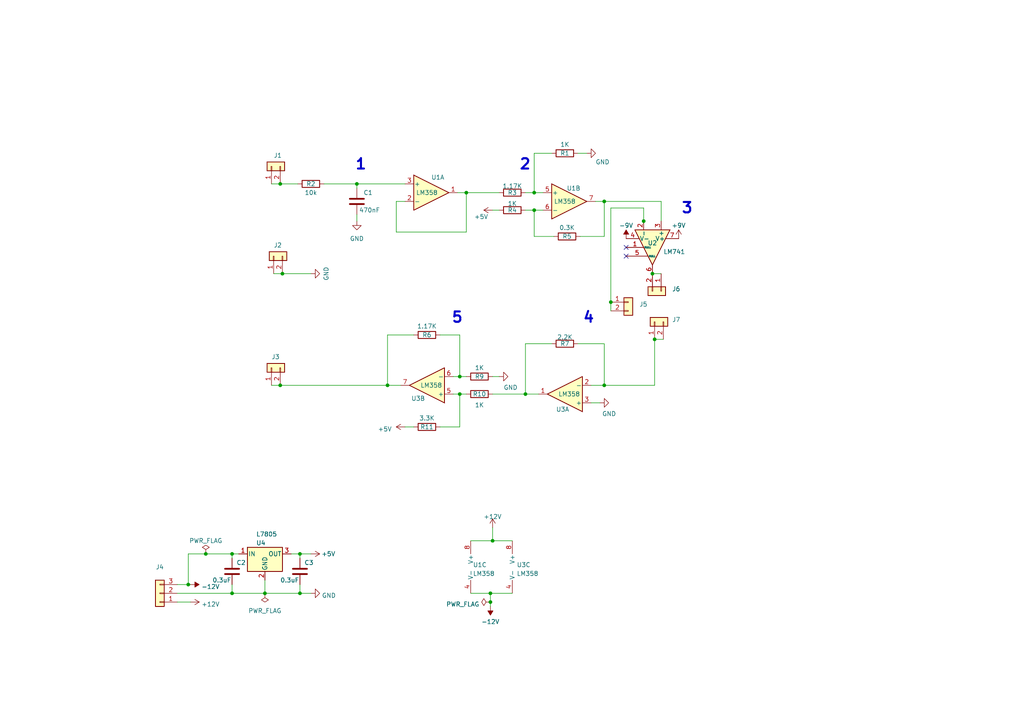
<source format=kicad_sch>
(kicad_sch (version 20230121) (generator eeschema)
  (paper "A4")
  (title_block (title "Potenciostato Single-Ended") (date "28/08/2023") (rev "Felipe A. S.") (company "UFPel"))
  (lib_symbols
    (symbol "Amplifier_Operational:LM358" (pin_names (offset 0.127))
      (property "Reference" "U" (at 0 5.08 0))
      (property "Value" "LM358" (at 0 -5.08 0))
      (symbol "LM358_1_1"
        (polyline (pts (xy -5.08 5.08) (xy 5.08 0) (xy -5.08 -5.08) (xy -5.08 5.08)) (stroke (width 0.254)) (fill (type background)))
        (pin output line (at 7.62 0 180) (length 2.54) (name "~") (number "1"))
        (pin input line (at -7.62 -2.54 0) (length 2.54) (name "-") (number "2"))
        (pin input line (at -7.62 2.54 0) (length 2.54) (name "+") (number "3"))
      )
      (symbol "LM358_2_1"
        (polyline (pts (xy -5.08 5.08) (xy 5.08 0) (xy -5.08 -5.08) (xy -5.08 5.08)) (stroke (width 0.254)) (fill (type background)))
        (pin input line (at -7.62 2.54 0) (length 2.54) (name "+") (number "5"))
        (pin input line (at -7.62 -2.54 0) (length 2.54) (name "-") (number "6"))
        (pin output line (at 7.62 0 180) (length 2.54) (name "~") (number "7"))
      )
      (symbol "LM358_3_1"
        (pin power_in line (at -2.54 -7.62 90) (length 3.81) (name "V-") (number "4"))
        (pin power_in line (at -2.54 7.62 270) (length 3.81) (name "V+") (number "8"))
      )
    )
    (symbol "Amplifier_Operational:LM741" (pin_names (offset 0.127))
      (property "Reference" "U" (at 0 6.35 0))
      (property "Value" "LM741" (at 0 3.81 0))
      (symbol "LM741_0_1"
        (polyline (pts (xy -5.08 5.08) (xy 5.08 0) (xy -5.08 -5.08) (xy -5.08 5.08)) (stroke (width 0.254)) (fill (type background)))
      )
      (symbol "LM741_1_1"
        (pin input line (at 0 -7.62 90) (length 5.08) (name "NULL") (number "1"))
        (pin input line (at -7.62 -2.54 0) (length 2.54) (name "-") (number "2"))
        (pin input line (at -7.62 2.54 0) (length 2.54) (name "+") (number "3"))
        (pin power_in line (at -2.54 -7.62 90) (length 3.81) (name "V-") (number "4"))
        (pin input line (at 2.54 -7.62 90) (length 6.35) (name "NULL") (number "5"))
        (pin output line (at 7.62 0 180) (length 2.54) (name "~") (number "6"))
        (pin power_in line (at -2.54 7.62 270) (length 3.81) (name "V+") (number "7"))
        (pin no_connect line (at 0 2.54 270) (length 2.54) hide (name "NC") (number "8"))
      )
    )
    (symbol "Connector_Generic:Conn_01x02" (pin_names (offset 1.016) hide)
      (property "Reference" "J" (at 0 2.54 0))
      (property "Value" "Conn_01x02" (at 0 -5.08 0))
      (symbol "Conn_01x02_1_1"
        (rectangle (start -1.27 -2.413) (end 0 -2.667) (stroke (width 0.1524)))
        (rectangle (start -1.27 0.127) (end 0 -0.127) (stroke (width 0.1524)))
        (rectangle (start -1.27 1.27) (end 1.27 -3.81) (stroke (width 0.254)) (fill (type background)))
        (pin passive line (at -5.08 0 0) (length 3.81) (name "Pin_1") (number "1"))
        (pin passive line (at -5.08 -2.54 0) (length 3.81) (name "Pin_2") (number "2"))
      )
    )
    (symbol "Connector_Generic:Conn_01x03" (pin_names (offset 1.016) hide)
      (property "Reference" "J" (at 0 5.08 0))
      (property "Value" "Conn_01x03" (at 0 -5.08 0))
      (symbol "Conn_01x03_1_1"
        (rectangle (start -1.27 -2.413) (end 0 -2.667) (stroke (width 0.1524)))
        (rectangle (start -1.27 0.127) (end 0 -0.127) (stroke (width 0.1524)))
        (rectangle (start -1.27 2.667) (end 0 2.413) (stroke (width 0.1524)))
        (rectangle (start -1.27 3.81) (end 1.27 -3.81) (stroke (width 0.254)) (fill (type background)))
        (pin passive line (at -5.08 2.54 0) (length 3.81) (name "Pin_1") (number "1"))
        (pin passive line (at -5.08 0 0) (length 3.81) (name "Pin_2") (number "2"))
        (pin passive line (at -5.08 -2.54 0) (length 3.81) (name "Pin_3") (number "3"))
      )
    )
    (symbol "Device:C" (pin_numbers hide) (pin_names (offset 0.254))
      (property "Reference" "C" (at 0.635 2.54 0))
      (property "Value" "C" (at 0.635 -2.54 0))
      (symbol "C_0_1"
        (polyline (pts (xy -2.032 -0.762) (xy 2.032 -0.762)) (stroke (width 0.508)))
        (polyline (pts (xy -2.032 0.762) (xy 2.032 0.762)) (stroke (width 0.508)))
      )
      (symbol "C_1_1"
        (pin passive line (at 0 3.81 270) (length 2.794) (name "~") (number "1"))
        (pin passive line (at 0 -3.81 90) (length 2.794) (name "~") (number "2"))
      )
    )
    (symbol "Device:R" (pin_numbers hide) (pin_names (offset 0))
      (property "Reference" "R" (at 2.032 0 90))
      (property "Value" "R" (at 0 0 90))
      (symbol "R_0_1"
        (rectangle (start -1.016 -2.54) (end 1.016 2.54) (stroke (width 0.254)))
      )
      (symbol "R_1_1"
        (pin passive line (at 0 3.81 270) (length 1.27) (name "~") (number "1"))
        (pin passive line (at 0 -3.81 90) (length 1.27) (name "~") (number "2"))
      )
    )
    (symbol "Regulator_Linear:L7805" (pin_names (offset 0.254))
      (property "Reference" "U" (at -3.81 3.175 0))
      (property "Value" "L7805" (at 0 3.175 0))
      (symbol "L7805_0_1"
        (rectangle (start -5.08 1.905) (end 5.08 -5.08) (stroke (width 0.254)) (fill (type background)))
      )
      (symbol "L7805_1_1"
        (pin power_in line (at -7.62 0 0) (length 2.54) (name "IN") (number "1"))
        (pin power_in line (at 0 -7.62 90) (length 2.54) (name "GND") (number "2"))
        (pin power_out line (at 7.62 0 180) (length 2.54) (name "OUT") (number "3"))
      )
    )
    (symbol "power:+12V" (power) (pin_names (offset 0))
      (property "Value" "+12V" (at 0 3.556 0))
      (symbol "+12V_0_1"
        (polyline (pts (xy -0.762 1.27) (xy 0 2.54)))
        (polyline (pts (xy 0 0) (xy 0 2.54)))
        (polyline (pts (xy 0 2.54) (xy 0.762 1.27)))
      )
      (symbol "+12V_1_1"
        (pin power_in line (at 0 0 90) (length 0) hide (name "+12V") (number "1"))
      )
    )
    (symbol "power:+5V" (power) (pin_names (offset 0))
      (property "Value" "+5V" (at 0 3.556 0))
      (symbol "+5V_0_1"
        (polyline (pts (xy -0.762 1.27) (xy 0 2.54)))
        (polyline (pts (xy 0 0) (xy 0 2.54)))
        (polyline (pts (xy 0 2.54) (xy 0.762 1.27)))
      )
      (symbol "+5V_1_1"
        (pin power_in line (at 0 0 90) (length 0) hide (name "+5V") (number "1"))
      )
    )
    (symbol "power:+9V" (power) (pin_names (offset 0))
      (property "Value" "+9V" (at 0 3.556 0))
      (symbol "+9V_0_1"
        (polyline (pts (xy -0.762 1.27) (xy 0 2.54)))
        (polyline (pts (xy 0 0) (xy 0 2.54)))
        (polyline (pts (xy 0 2.54) (xy 0.762 1.27)))
      )
      (symbol "+9V_1_1"
        (pin power_in line (at 0 0 90) (length 0) hide (name "+9V") (number "1"))
      )
    )
    (symbol "power:-12V" (power) (pin_names (offset 0))
      (property "Value" "-12V" (at 0 3.81 0))
      (symbol "-12V_0_0"
        (pin power_in line (at 0 0 90) (length 0) hide (name "-12V") (number "1"))
      )
      (symbol "-12V_0_1"
        (polyline (pts (xy 0 0) (xy 0 1.27) (xy 0.762 1.27) (xy 0 2.54) (xy -0.762 1.27) (xy 0 1.27)) (fill (type outline)))
      )
    )
    (symbol "power:-9V" (power) (pin_names (offset 0))
      (property "Value" "-9V" (at 0 3.81 0))
      (symbol "-9V_0_1"
        (polyline (pts (xy 0 0) (xy 0 2.54)))
        (polyline (pts (xy 0.762 1.27) (xy -0.762 1.27) (xy 0 2.54) (xy 0.762 1.27)) (fill (type outline)))
      )
      (symbol "-9V_1_1"
        (pin power_in line (at 0 0 90) (length 0) hide (name "-9V") (number "1"))
      )
    )
    (symbol "power:GND" (power) (pin_names (offset 0))
      (property "Value" "GND" (at 0 -3.81 0))
      (symbol "GND_0_1"
        (polyline (pts (xy 0 0) (xy 0 -1.27) (xy 1.27 -1.27) (xy 0 -2.54) (xy -1.27 -1.27) (xy 0 -1.27)))
      )
      (symbol "GND_1_1"
        (pin power_in line (at 0 0 270) (length 0) hide (name "GND") (number "1"))
      )
    )
    (symbol "power:PWR_FLAG" (power) (pin_numbers hide) (pin_names (offset 0) hide)
      (property "Value" "PWR_FLAG" (at 0 3.81 0))
      (symbol "PWR_FLAG_0_0"
        (pin power_out line (at 0 0 90) (length 0) (name "pwr") (number "1"))
      )
      (symbol "PWR_FLAG_0_1"
        (polyline (pts (xy 0 0) (xy 0 1.27) (xy -1.016 1.905) (xy 0 2.54) (xy 1.016 1.905) (xy 0 1.27)))
      )
    )
  )
  (junction (at 81.28 111.76))
  (junction (at 81.915 79.375))
  (junction (at 189.865 98.425))
  (junction (at 175.26 111.76))
  (junction (at 133.35 109.22))
  (junction (at 76.835 172.085))
  (junction (at 112.395 111.76))
  (junction (at 81.28 53.34))
  (junction (at 59.69 160.655))
  (junction (at 142.24 172.085))
  (junction (at 154.94 60.96))
  (junction (at 189.23 79.375))
  (junction (at 186.69 64.135))
  (junction (at 177.165 87.63))
  (junction (at 152.4 114.3))
  (junction (at 54.61 169.545))
  (junction (at 103.505 53.34))
  (junction (at 175.26 58.42))
  (junction (at 86.995 160.655))
  (junction (at 67.31 172.085))
  (junction (at 86.995 172.085))
  (junction (at 142.24 174.625))
  (junction (at 67.31 160.655))
  (junction (at 142.875 156.845))
  (junction (at 133.35 114.3))
  (junction (at 154.94 55.88))
  (junction (at 135.255 55.88))
  (no_connect (at 181.61 74.295))
  (no_connect (at 181.61 71.755))
  (wire (pts (xy 81.915 79.375) (xy 90.17 79.375)))
  (wire (pts (xy 177.165 60.325) (xy 177.165 87.63)))
  (wire (pts (xy 81.28 53.34) (xy 86.36 53.34)))
  (wire (pts (xy 133.35 109.22) (xy 135.255 109.22)))
  (wire (pts (xy 172.72 58.42) (xy 175.26 58.42)))
  (wire (pts (xy 142.24 174.625) (xy 142.24 175.895)))
  (wire (pts (xy 186.69 64.77) (xy 186.69 64.135)))
  (wire (pts (xy 142.875 60.96) (xy 144.78 60.96)))
  (wire (pts (xy 103.505 53.34) (xy 117.475 53.34)))
  (wire (pts (xy 76.835 172.085) (xy 76.835 168.275)))
  (wire (pts (xy 175.26 111.76) (xy 189.865 111.76)))
  (wire (pts (xy 133.35 109.22) (xy 133.35 97.155)))
  (wire (pts (xy 67.31 161.925) (xy 67.31 160.655)))
  (wire (pts (xy 175.26 68.58) (xy 175.26 58.42)))
  (wire (pts (xy 152.4 55.88) (xy 154.94 55.88)))
  (wire (pts (xy 51.435 169.545) (xy 54.61 169.545)))
  (wire (pts (xy 114.935 67.31) (xy 135.255 67.31)))
  (wire (pts (xy 160.655 68.58) (xy 154.94 68.58)))
  (wire (pts (xy 170.18 44.45) (xy 167.64 44.45)))
  (wire (pts (xy 167.64 99.695) (xy 175.26 99.695)))
  (wire (pts (xy 154.94 55.88) (xy 157.48 55.88)))
  (wire (pts (xy 54.61 169.545) (xy 54.61 160.655)))
  (wire (pts (xy 54.61 160.655) (xy 59.69 160.655)))
  (wire (pts (xy 78.74 53.34) (xy 81.28 53.34)))
  (wire (pts (xy 152.4 99.695) (xy 152.4 114.3)))
  (wire (pts (xy 51.435 172.085) (xy 67.31 172.085)))
  (wire (pts (xy 142.24 172.085) (xy 142.24 174.625)))
  (wire (pts (xy 133.35 114.3) (xy 135.255 114.3)))
  (wire (pts (xy 136.525 156.845) (xy 142.875 156.845)))
  (wire (pts (xy 142.875 114.3) (xy 152.4 114.3)))
  (wire (pts (xy 93.98 53.34) (xy 103.505 53.34)))
  (wire (pts (xy 160.02 99.695) (xy 152.4 99.695)))
  (wire (pts (xy 131.445 109.22) (xy 133.35 109.22)))
  (wire (pts (xy 67.31 160.655) (xy 69.215 160.655)))
  (wire (pts (xy 186.69 64.135) (xy 186.69 60.325)))
  (wire (pts (xy 78.74 111.76) (xy 81.28 111.76)))
  (wire (pts (xy 112.395 111.76) (xy 112.395 97.155)))
  (wire (pts (xy 84.455 160.655) (xy 86.995 160.655)))
  (wire (pts (xy 177.165 87.63) (xy 177.165 90.17)))
  (wire (pts (xy 154.94 44.45) (xy 154.94 55.88)))
  (wire (pts (xy 152.4 114.3) (xy 156.21 114.3)))
  (wire (pts (xy 189.865 98.425) (xy 192.405 98.425)))
  (wire (pts (xy 86.995 169.545) (xy 86.995 172.085)))
  (wire (pts (xy 135.255 67.31) (xy 135.255 55.88)))
  (wire (pts (xy 142.875 156.845) (xy 148.59 156.845)))
  (wire (pts (xy 127.635 123.825) (xy 133.35 123.825)))
  (wire (pts (xy 55.245 169.545) (xy 54.61 169.545)))
  (wire (pts (xy 81.28 111.76) (xy 112.395 111.76)))
  (wire (pts (xy 142.24 172.085) (xy 148.59 172.085)))
  (wire (pts (xy 136.525 172.085) (xy 142.24 172.085)))
  (wire (pts (xy 191.77 58.42) (xy 191.77 64.135)))
  (wire (pts (xy 67.31 169.545) (xy 67.31 172.085)))
  (wire (pts (xy 117.475 123.825) (xy 120.015 123.825)))
  (wire (pts (xy 79.375 79.375) (xy 81.915 79.375)))
  (wire (pts (xy 173.99 116.84) (xy 171.45 116.84)))
  (wire (pts (xy 76.835 172.085) (xy 86.995 172.085)))
  (wire (pts (xy 175.26 99.695) (xy 175.26 111.76)))
  (wire (pts (xy 103.505 64.135) (xy 103.505 62.23)))
  (wire (pts (xy 131.445 114.3) (xy 133.35 114.3)))
  (wire (pts (xy 86.995 160.655) (xy 90.17 160.655)))
  (wire (pts (xy 154.94 68.58) (xy 154.94 60.96)))
  (wire (pts (xy 168.275 68.58) (xy 175.26 68.58)))
  (wire (pts (xy 189.865 98.425) (xy 189.865 111.76)))
  (wire (pts (xy 142.875 153.035) (xy 142.875 156.845)))
  (wire (pts (xy 133.35 123.825) (xy 133.35 114.3)))
  (wire (pts (xy 59.69 160.655) (xy 67.31 160.655)))
  (wire (pts (xy 133.35 97.155) (xy 127.635 97.155)))
  (wire (pts (xy 86.995 172.085) (xy 90.17 172.085)))
  (wire (pts (xy 135.255 55.88) (xy 144.78 55.88)))
  (wire (pts (xy 142.875 109.22) (xy 144.78 109.22)))
  (wire (pts (xy 114.935 58.42) (xy 114.935 67.31)))
  (wire (pts (xy 55.245 174.625) (xy 51.435 174.625)))
  (wire (pts (xy 116.205 111.76) (xy 112.395 111.76)))
  (wire (pts (xy 189.23 79.375) (xy 191.77 79.375)))
  (wire (pts (xy 117.475 58.42) (xy 114.935 58.42)))
  (wire (pts (xy 132.715 55.88) (xy 135.255 55.88)))
  (wire (pts (xy 86.995 160.655) (xy 86.995 161.925)))
  (wire (pts (xy 152.4 60.96) (xy 154.94 60.96)))
  (wire (pts (xy 186.69 60.325) (xy 177.165 60.325)))
  (wire (pts (xy 154.94 60.96) (xy 157.48 60.96)))
  (wire (pts (xy 112.395 97.155) (xy 120.015 97.155)))
  (wire (pts (xy 175.26 58.42) (xy 191.77 58.42)))
  (wire (pts (xy 103.505 54.61) (xy 103.505 53.34)))
  (wire (pts (xy 171.45 111.76) (xy 175.26 111.76)))
  (wire (pts (xy 160.02 44.45) (xy 154.94 44.45)))
  (wire (pts (xy 67.31 172.085) (xy 76.835 172.085)))
  (text "3" (at 197.485 62.23 0) (effects (font (size 3 3) bold) (justify left bottom)))
  (text "1" (at 102.87 49.53 0) (effects (font (size 3 3) (thickness 0.6) bold) (justify left bottom)))
  (text "2" (at 150.495 49.53 0) (effects (font (size 3 3) bold) (justify left bottom)))
  (text "5" (at 130.81 93.98 0) (effects (font (size 3 3) bold) (justify left bottom)))
  (text "4" (at 168.91 93.98 0) (effects (font (size 3 3) bold) (justify left bottom)))
  (symbol (lib_id "power:GND") (at 103.505 64.135 0) (unit 1)
    (property "Reference" "#PWR03" (effects hide))
    (property "Value" "GND" (at 103.505 69.215 0))
  )
  (symbol (lib_id "Amplifier_Operational:LM358") (at 123.825 111.76 180) (unit 2)
    (property "Reference" "U3" (at 121.285 115.57 0))
    (property "Value" "LM358" (at 125.095 111.76 0))
    (property "Footprint" "DIP-8_W7.62mm_LongPads" (effects hide))
    (property "Datasheet" "http://www.ti.com/lit/ds/symlink/lm2904-n.pdf" (effects hide))
  )
  (symbol (lib_id "Regulator_Linear:L7805") (at 76.835 160.655 0) (unit 1)
    (property "Reference" "U4" (at 74.295 157.48 0) (effects (justify left)))
    (property "Value" "L7805" (at 74.295 154.94 0) (effects (justify left)))
    (property "Footprint" "l7805:TO255P1020X450X2000-3" (effects hide))
    (property "Datasheet" "http://www.st.com/content/ccc/resource/technical/document/datasheet/41/4f/b3/b0/12/d4/47/88/CD00000444.pdf/files/CD00000444.pdf/jcr:content/translations/en.CD00000444.pdf" (effects hide))
  )
  (symbol (lib_id "Amplifier_Operational:LM358") (at 165.1 58.42 0) (unit 2)
    (property "Reference" "U1" (at 166.37 54.61 0))
    (property "Value" "LM358" (at 163.83 58.42 0))
    (property "Footprint" "DIP-8_W7.62mm_LongPads" (effects hide))
    (property "Datasheet" "http://www.ti.com/lit/ds/symlink/lm2904-n.pdf" (effects hide))
  )
  (symbol (lib_id "Device:R") (at 90.17 53.34 90) (unit 1)
    (property "Reference" "R2" (at 90.17 53.34 90))
    (property "Value" "10k" (at 90.17 55.88 90))
    (property "Footprint" "Resistor_THT:R_Axial_DIN0207_L6.3mm_D2.5mm_P10.16mm_Horizontal" (effects hide))
  )
  (symbol (lib_id "Device:R") (at 139.065 109.22 90) (unit 1)
    (property "Reference" "R9" (at 139.065 109.22 90))
    (property "Value" "1K" (at 139.065 106.68 90))
    (property "Footprint" "Resistor_THT:R_Axial_DIN0207_L6.3mm_D2.5mm_P10.16mm_Horizontal" (effects hide))
  )
  (symbol (lib_id "Device:R") (at 123.825 97.155 90) (unit 1)
    (property "Reference" "R6" (at 123.825 97.155 90))
    (property "Value" "1.17K" (at 123.825 94.615 90))
    (property "Footprint" "Resistor_THT:R_Axial_DIN0207_L6.3mm_D2.5mm_P10.16mm_Horizontal" (effects hide))
  )
  (symbol (lib_id "power:PWR_FLAG") (at 59.69 160.655 0) (unit 1)
    (property "Reference" "#FLG01" (effects hide))
    (property "Value" "PWR_FLAG" (at 59.69 156.845 0))
  )
  (symbol (lib_id "power:+5V") (at 117.475 123.825 90) (unit 1)
    (property "Reference" "#PWR09" (effects hide))
    (property "Value" "+5V" (at 113.665 124.46 90) (effects (justify left)))
  )
  (symbol (lib_id "power:GND") (at 170.18 44.45 90) (unit 1)
    (property "Reference" "#PWR01" (effects hide))
    (property "Value" "GND" (at 172.72 46.99 90) (effects (justify right)))
  )
  (symbol (lib_id "power:+5V") (at 90.17 160.655 270) (unit 1)
    (property "Reference" "#PWR010" (effects hide))
    (property "Value" "+5V" (at 95.25 160.655 90))
  )
  (symbol (lib_id "power:GND") (at 144.78 109.22 90) (unit 1)
    (property "Reference" "#PWR07" (effects hide))
    (property "Value" "GND" (at 146.05 112.395 90) (effects (justify right)))
  )
  (symbol (lib_id "Amplifier_Operational:LM358") (at 163.83 114.3 180) (unit 1)
    (property "Reference" "U3" (at 163.195 118.745 0))
    (property "Value" "LM358" (at 165.1 114.3 0))
    (property "Footprint" "DIP-8_W7.62mm_LongPads" (effects hide))
    (property "Datasheet" "http://www.ti.com/lit/ds/symlink/lm2904-n.pdf" (effects hide))
  )
  (symbol (lib_id "Connector_Generic:Conn_01x02") (at 78.74 106.68 90) (unit 1)
    (property "Reference" "J3" (at 78.74 103.505 90) (effects (justify right)))
    (property "Value" "Conn_01x02" (effects hide))
    (property "Footprint" "Connector_PinSocket_2.54mm:PinSocket_1x02_P2.54mm_Vertical" (effects hide))
  )
  (symbol (lib_id "Device:R") (at 148.59 60.96 90) (unit 1)
    (property "Reference" "R4" (at 148.59 60.96 90))
    (property "Value" "1K" (at 148.59 59.055 90))
    (property "Footprint" "Resistor_THT:R_Axial_DIN0207_L6.3mm_D2.5mm_P10.16mm_Horizontal" (effects hide))
  )
  (symbol (lib_id "power:+5V") (at 142.875 60.96 90) (unit 1)
    (property "Reference" "#PWR02" (effects hide))
    (property "Value" "+5V" (at 141.605 62.865 90) (effects (justify left)))
  )
  (symbol (lib_id "Device:C") (at 67.31 165.735 0) (unit 1)
    (property "Reference" "C2" (at 68.58 163.195 0) (effects (justify left)))
    (property "Value" "0.3uF" (at 61.595 168.275 0) (effects (justify left)))
    (property "Footprint" "Capacitor_THT:CP_Radial_D5.0mm_P2.00mm" (effects hide))
  )
  (symbol (lib_id "Connector_Generic:Conn_01x02") (at 191.77 84.455 270) (unit 1)
    (property "Reference" "J6" (at 194.945 83.82 90) (effects (justify left)))
    (property "Value" "Conn_01x02" (effects hide))
    (property "Footprint" "Connector_PinSocket_2.54mm:PinSocket_1x02_P2.54mm_Vertical" (effects hide))
  )
  (symbol (lib_id "Amplifier_Operational:LM358") (at 139.065 164.465 0) (unit 3)
    (property "Reference" "U1" (at 137.16 163.83 0) (effects (justify left)))
    (property "Value" "LM358" (at 137.16 166.37 0) (effects (justify left)))
    (property "Footprint" "DIP-8_W7.62mm_LongPads" (effects hide))
    (property "Datasheet" "http://www.ti.com/lit/ds/symlink/lm2904-n.pdf" (effects hide))
  )
  (symbol (lib_id "Device:C") (at 86.995 165.735 0) (unit 1)
    (property "Reference" "C3" (at 88.265 163.195 0) (effects (justify left)))
    (property "Value" "0.3uF" (at 81.28 168.275 0) (effects (justify left)))
    (property "Footprint" "Capacitor_THT:CP_Radial_D5.0mm_P2.00mm" (effects hide))
  )
  (symbol (lib_id "power:PWR_FLAG") (at 142.24 174.625 90) (unit 1)
    (property "Reference" "#FLG03" (effects hide))
    (property "Value" "PWR_FLAG" (at 139.065 175.26 90) (effects (justify left)))
  )
  (symbol (lib_id "Device:R") (at 163.83 99.695 90) (unit 1)
    (property "Reference" "R7" (at 163.83 99.695 90))
    (property "Value" "2.2K" (at 163.83 97.79 90))
    (property "Footprint" "Resistor_THT:R_Axial_DIN0207_L6.3mm_D2.5mm_P10.16mm_Horizontal" (effects hide))
  )
  (symbol (lib_id "power:-12V") (at 142.24 175.895 180) (unit 1)
    (property "Reference" "#PWR014" (effects hide))
    (property "Value" "-12V" (at 142.24 180.34 0))
  )
  (symbol (lib_id "power:GND") (at 173.99 116.84 90) (unit 1)
    (property "Reference" "#PWR08" (effects hide))
    (property "Value" "GND" (at 174.625 120.015 90) (effects (justify right)))
  )
  (symbol (lib_id "power:PWR_FLAG") (at 76.835 172.085 180) (unit 1)
    (property "Reference" "#FLG02" (effects hide))
    (property "Value" "PWR_FLAG" (at 76.835 177.165 0))
  )
  (symbol (lib_id "Device:R") (at 123.825 123.825 90) (unit 1)
    (property "Reference" "R11" (at 123.825 123.825 90))
    (property "Value" "3.3K" (at 123.825 121.285 90))
    (property "Footprint" "Resistor_THT:R_Axial_DIN0207_L6.3mm_D2.5mm_P10.16mm_Horizontal" (effects hide))
  )
  (symbol (lib_id "power:GND") (at 90.17 79.375 90) (unit 1)
    (property "Reference" "#PWR06" (effects hide))
    (property "Value" "GND" (at 94.615 79.375 0))
  )
  (symbol (lib_id "Amplifier_Operational:LM741") (at 189.23 71.755 270) (unit 1)
    (property "Reference" "U2" (at 189.23 70.485 90))
    (property "Value" "LM741" (at 195.58 73.025 90))
    (property "Footprint" "DIP-8_W7.62mm_LongPads" (effects hide))
    (property "Datasheet" "http://www.ti.com/lit/ds/symlink/lm741.pdf" (effects hide))
  )
  (symbol (lib_id "power:GND") (at 90.17 172.085 90) (unit 1)
    (property "Reference" "#PWR012" (effects hide))
    (property "Value" "GND" (at 93.345 172.72 90) (effects (justify right)))
  )
  (symbol (lib_id "Connector_Generic:Conn_01x02") (at 189.865 93.345 90) (unit 1)
    (property "Reference" "J7" (at 194.945 92.71 90) (effects (justify right)))
    (property "Value" "Conn_01x02" (effects hide))
    (property "Footprint" "Connector_PinSocket_2.54mm:PinSocket_1x02_P2.54mm_Vertical" (effects hide))
  )
  (symbol (lib_id "Device:R") (at 164.465 68.58 90) (unit 1)
    (property "Reference" "R5" (at 164.465 68.58 90))
    (property "Value" "0.3K" (at 164.465 66.04 90))
    (property "Footprint" "Resistor_THT:R_Axial_DIN0207_L6.3mm_D2.5mm_P10.16mm_Horizontal" (effects hide))
  )
  (symbol (lib_id "power:-9V") (at 181.61 69.215 0) (unit 1)
    (property "Reference" "#PWR04" (effects hide))
    (property "Value" "-9V" (at 181.61 65.405 0))
  )
  (symbol (lib_id "Amplifier_Operational:LM358") (at 151.13 164.465 0) (unit 3)
    (property "Reference" "U3" (at 149.86 163.83 0) (effects (justify left)))
    (property "Value" "LM358" (at 149.86 166.37 0) (effects (justify left)))
    (property "Footprint" "DIP-8_W7.62mm_LongPads" (effects hide))
    (property "Datasheet" "http://www.ti.com/lit/ds/symlink/lm2904-n.pdf" (effects hide))
  )
  (symbol (lib_id "Amplifier_Operational:LM358") (at 125.095 55.88 0) (unit 1)
    (property "Reference" "U1" (at 127 51.435 0))
    (property "Value" "LM358" (at 123.825 55.88 0))
    (property "Footprint" "DIP-8_W7.62mm_LongPads" (effects hide))
    (property "Datasheet" "http://www.ti.com/lit/ds/symlink/lm2904-n.pdf" (effects hide))
  )
  (symbol (lib_id "power:+12V") (at 55.245 174.625 270) (unit 1)
    (property "Reference" "#PWR011" (effects hide))
    (property "Value" "+12V" (at 58.42 175.26 90) (effects (justify left)))
  )
  (symbol (lib_id "Connector_Generic:Conn_01x02") (at 79.375 74.295 90) (unit 1)
    (property "Reference" "J2" (at 79.375 71.12 90) (effects (justify right)))
    (property "Value" "Conn_01x02" (effects hide))
    (property "Footprint" "Connector_PinSocket_2.54mm:PinSocket_1x02_P2.54mm_Vertical" (effects hide))
  )
  (symbol (lib_id "Device:R") (at 139.065 114.3 90) (unit 1)
    (property "Reference" "R10" (at 139.065 114.3 90))
    (property "Value" "1K" (at 139.065 117.475 90))
    (property "Footprint" "Resistor_THT:R_Axial_DIN0207_L6.3mm_D2.5mm_P10.16mm_Horizontal" (effects hide))
  )
  (symbol (lib_id "Connector_Generic:Conn_01x03") (at 46.355 172.085 180) (unit 1)
    (property "Reference" "J4" (at 46.355 164.465 0))
    (property "Value" "Conn_01x03" (effects hide))
    (property "Footprint" "Connector_PinSocket_2.54mm:PinSocket_1x03_P2.54mm_Vertical" (effects hide))
  )
  (symbol (lib_id "Connector_Generic:Conn_01x02") (at 182.245 87.63 0) (unit 1)
    (property "Reference" "J5" (at 185.42 88.265 0) (effects (justify left)))
    (property "Value" "Conn_01x02" (effects hide))
    (property "Footprint" "Connector_PinSocket_2.54mm:PinSocket_1x02_P2.54mm_Vertical" (effects hide))
  )
  (symbol (lib_id "Connector_Generic:Conn_01x02") (at 78.74 48.26 90) (unit 1)
    (property "Reference" "J1" (at 79.375 45.085 90) (effects (justify right)))
    (property "Value" "Conn_01x02" (effects hide))
    (property "Footprint" "Connector_PinSocket_2.54mm:PinSocket_1x02_P2.54mm_Vertical" (effects hide))
  )
  (symbol (lib_id "Device:R") (at 163.83 44.45 90) (unit 1)
    (property "Reference" "R1" (at 163.83 44.45 90))
    (property "Value" "1K" (at 163.83 41.91 90))
    (property "Footprint" "Resistor_THT:R_Axial_DIN0207_L6.3mm_D2.5mm_P10.16mm_Horizontal" (effects hide))
  )
  (symbol (lib_id "power:-12V") (at 55.245 169.545 270) (unit 1)
    (property "Reference" "#PWR013" (effects hide))
    (property "Value" "-12V" (at 58.42 170.18 90) (effects (justify left)))
  )
  (symbol (lib_id "Device:R") (at 148.59 55.88 90) (unit 1)
    (property "Reference" "R3" (at 148.59 55.88 90))
    (property "Value" "1.17K" (at 148.59 53.975 90))
    (property "Footprint" "Resistor_THT:R_Axial_DIN0207_L6.3mm_D2.5mm_P10.16mm_Horizontal" (effects hide))
  )
  (symbol (lib_id "power:+12V") (at 142.875 153.035 0) (unit 1)
    (property "Reference" "#PWR015" (effects hide))
    (property "Value" "+12V" (at 142.875 149.86 0))
  )
  (symbol (lib_id "power:+9V") (at 196.85 69.215 0) (unit 1)
    (property "Reference" "#PWR05" (effects hide))
    (property "Value" "+9V" (at 196.85 65.405 0))
  )
  (symbol (lib_id "Device:C") (at 103.505 58.42 0) (unit 1)
    (property "Reference" "C1" (at 105.41 55.88 0) (effects (justify left)))
    (property "Value" "470nF" (at 104.14 60.96 0) (effects (justify left)))
    (property "Footprint" "Capacitor_THT:C_Rect_L19.0mm_W6.0mm_P15.00mm_MKS4" (effects hide))
  )
)
</source>
